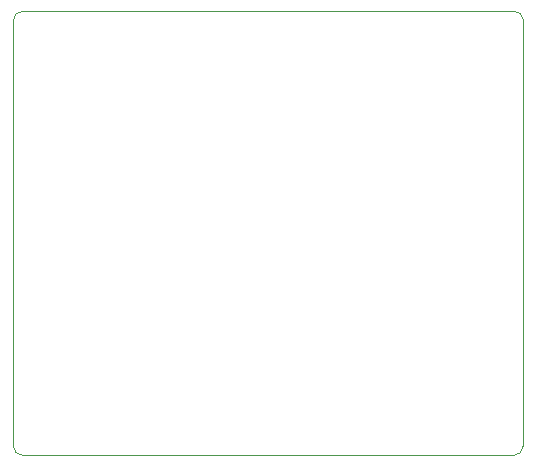
<source format=gbr>
%TF.GenerationSoftware,KiCad,Pcbnew,(6.0.9)*%
%TF.CreationDate,2022-11-25T11:21:21+01:00*%
%TF.ProjectId,stmf303re_eval_board,73746d66-3330-4337-9265-5f6576616c5f,rev?*%
%TF.SameCoordinates,Original*%
%TF.FileFunction,Profile,NP*%
%FSLAX46Y46*%
G04 Gerber Fmt 4.6, Leading zero omitted, Abs format (unit mm)*
G04 Created by KiCad (PCBNEW (6.0.9)) date 2022-11-25 11:21:21*
%MOMM*%
%LPD*%
G01*
G04 APERTURE LIST*
%TA.AperFunction,Profile*%
%ADD10C,0.100000*%
%TD*%
G04 APERTURE END LIST*
D10*
X173736000Y-59182000D02*
X173705185Y-95250000D01*
X173736000Y-59182000D02*
G75*
G03*
X172974000Y-58420000I-762000J0D01*
G01*
X172943185Y-96012000D02*
X131318000Y-96012000D01*
X172943185Y-96011985D02*
G75*
G03*
X173705185Y-95250000I15J761985D01*
G01*
X130556000Y-95250000D02*
X130556000Y-59182000D01*
X131318000Y-58420000D02*
X172974000Y-58420000D01*
X130556000Y-95250000D02*
G75*
G03*
X131318000Y-96012000I762000J0D01*
G01*
X131318000Y-58420000D02*
G75*
G03*
X130556000Y-59182000I0J-762000D01*
G01*
M02*

</source>
